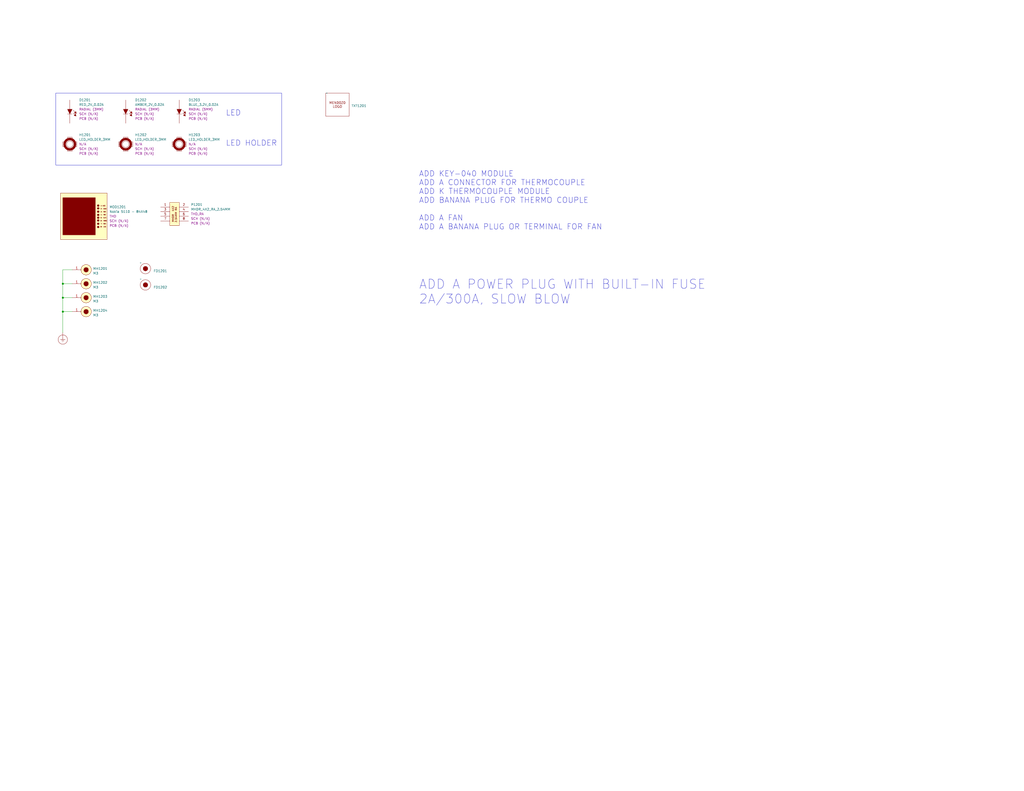
<source format=kicad_sch>
(kicad_sch (version 20230121) (generator eeschema)
  (paper "C")
  (title_block (title "Hot Plate") (date "09/15/2023") (rev "v1.0") (company "Mend0z0") (comment 1 "v1") (comment 2 "RELEASED") (comment 3 "Siavash Taher Parvar") (comment 8 "N/A"))
  (lib_symbols
    (symbol "_SCHLIB_HotPlate:CONN_MHDR_4POS_2ROW_RA_2.54MM" (on_board no)
      (property "Reference" "P" (at 2.54 3.81 0))
      (property "Value" "MHDR_4X2_RA_2.54MM" (at 2.54 6.35 0))
      (property "SCH CHECK" "SCH (N/A)" (at 2.54 31.75 0))
      (property "Package" "THD_RA" (at 2.54 34.29 0))
      (property "PCB CHECk" "PCB (N/A)" (at 2.54 29.21 0))
      (symbol "CONN_MHDR_4POS_2ROW_RA_2.54MM_0_1"
        (polyline (pts (xy 0 -10.16) (xy 5.08 -10.16)))
        (polyline (pts (xy 0 -7.62) (xy 5.08 -7.62)))
        (polyline (pts (xy 0 -5.08) (xy 5.08 -5.08)))
        (polyline (pts (xy 0 -2.54) (xy 5.08 -2.54)))
        (polyline (pts (xy 10.16 -10.16) (xy 15.24 -10.16)))
        (polyline (pts (xy 10.16 -7.62) (xy 15.24 -7.62)))
        (polyline (pts (xy 10.16 -5.08) (xy 15.24 -5.08)))
        (polyline (pts (xy 10.16 -2.54) (xy 15.24 -2.54)))
        (rectangle (start 5.08 0) (end 10.16 -12.7) (fill (type background)))
        (text "1" (at 2.54 -1.27 0) (effects (font (size 1.27 1.27))))
        (text "2" (at 12.7 -1.27 0) (effects (font (size 1.27 1.27))))
        (text "3" (at 2.54 -3.81 0) (effects (font (size 1.27 1.27))))
        (text "4" (at 12.7 -3.81 0) (effects (font (size 1.27 1.27))))
        (text "5" (at 2.54 -6.35 0) (effects (font (size 1.27 1.27))))
        (text "6" (at 12.7 -6.35 0) (effects (font (size 1.27 1.27))))
        (text "7" (at 2.54 -8.89 0) (effects (font (size 1.27 1.27))))
        (text "8" (at 12.7 -8.89 0) (effects (font (size 1.27 1.27))))
      )
      (symbol "CONN_MHDR_4POS_2ROW_RA_2.54MM_1_1"
        (text "MHDR  4X2\n2.54MM RA " (at 7.62 -6.35 900) (effects (font (size 1.016 1.016))))
      )
    )
    (symbol "_SCHLIB_HotPlate:DIODE_LED_AMBER_2V_0.02A_610nm_RADIAL (3MM)" (on_board no)
      (property "Reference" "D" (at 2.54 6.35 0))
      (property "Value" "AMBER_2V_0.02A" (at 2.54 8.89 0))
      (property "SCH CHECK" "SCH (N/A)" (at 2.54 34.29 0))
      (property "Package" "RADIAL (3MM)" (at 2.54 36.83 0))
      (property "PCB CHECk" "PCB (N/A)" (at 2.54 31.75 0))
      (symbol "DIODE_LED_AMBER_2V_0.02A_610nm_RADIAL (3MM)_0_1"
        (polyline (pts (xy 5.08 0) (xy 0 0)))
        (polyline (pts (xy 5.588 1.905) (xy 6.604 2.794)))
        (polyline (pts (xy 7.239 1.905) (xy 8.001 2.667)))
        (polyline (pts (xy 7.62 -1.27) (xy 7.62 1.27)))
        (polyline (pts (xy 12.7 0) (xy 7.62 0)))
        (polyline (pts (xy 5.08 1.27) (xy 5.08 -1.27) (xy 7.62 0) (xy 5.08 1.27)) (fill (type outline)))
        (polyline (pts (xy 6.223 3.302) (xy 7.112 2.413) (xy 7.366 3.556) (xy 6.223 3.302)) (fill (type outline)))
        (polyline (pts (xy 7.62 3.175) (xy 8.509 2.286) (xy 8.763 3.429) (xy 7.62 3.175)) (fill (type outline)))
      )
    )
    (symbol "_SCHLIB_HotPlate:DIODE_LED_BLUE_3.2V_0.02A_465nm_RADIAL (5MM)" (on_board no)
      (property "Reference" "D" (at 2.54 6.35 0))
      (property "Value" "BLUE_3.2V_0.02A" (at 2.54 8.89 0))
      (property "SCH CHECK" "SCH (N/A)" (at 2.54 34.29 0))
      (property "Package" "RADIAL (5MM)" (at 2.54 36.83 0))
      (property "PCB CHECk" "PCB (N/A)" (at 2.54 31.75 0))
      (symbol "DIODE_LED_BLUE_3.2V_0.02A_465nm_RADIAL (5MM)_0_1"
        (polyline (pts (xy 5.08 0) (xy 0 0)))
        (polyline (pts (xy 5.588 1.905) (xy 6.604 2.794)))
        (polyline (pts (xy 7.239 1.905) (xy 8.001 2.667)))
        (polyline (pts (xy 7.62 -1.27) (xy 7.62 1.27)))
        (polyline (pts (xy 12.7 0) (xy 7.62 0)))
        (polyline (pts (xy 5.08 1.27) (xy 5.08 -1.27) (xy 7.62 0) (xy 5.08 1.27)) (fill (type outline)))
        (polyline (pts (xy 6.223 3.302) (xy 7.112 2.413) (xy 7.366 3.556) (xy 6.223 3.302)) (fill (type outline)))
        (polyline (pts (xy 7.62 3.175) (xy 8.509 2.286) (xy 8.763 3.429) (xy 7.62 3.175)) (fill (type outline)))
      )
    )
    (symbol "_SCHLIB_HotPlate:DIODE_LED_RED_2V_0.02A_627nm_RADIAL (3MM)" (on_board no)
      (property "Reference" "D" (at 2.54 6.35 0))
      (property "Value" "RED_2V_0.02A" (at 2.54 8.89 0))
      (property "SCH CHECK" "SCH (N/A)" (at 2.54 34.29 0))
      (property "Package" "RADIAL (3MM)" (at 2.54 36.83 0))
      (property "PCB CHECk" "PCB (N/A)" (at 2.54 31.75 0))
      (symbol "DIODE_LED_RED_2V_0.02A_627nm_RADIAL (3MM)_0_1"
        (polyline (pts (xy 5.08 0) (xy 0 0)))
        (polyline (pts (xy 5.588 1.905) (xy 6.604 2.794)))
        (polyline (pts (xy 7.239 1.905) (xy 8.001 2.667)))
        (polyline (pts (xy 7.62 -1.27) (xy 7.62 1.27)))
        (polyline (pts (xy 12.7 0) (xy 7.62 0)))
        (polyline (pts (xy 5.08 1.27) (xy 5.08 -1.27) (xy 7.62 0) (xy 5.08 1.27)) (fill (type outline)))
        (polyline (pts (xy 6.223 3.302) (xy 7.112 2.413) (xy 7.366 3.556) (xy 6.223 3.302)) (fill (type outline)))
        (polyline (pts (xy 7.62 3.175) (xy 8.509 2.286) (xy 8.763 3.429) (xy 7.62 3.175)) (fill (type outline)))
      )
    )
    (symbol "_SCHLIB_HotPlate:MECH_FD"
      (property "Reference" "FD" (at 2.54 2.54 0))
      (symbol "MECH_FD_0_1"
        (circle (center 3.175 -3.175) (radius 1.27) (fill (type outline)))
        (circle (center 3.175 -3.175) (radius 2.8398))
      )
    )
    (symbol "_SCHLIB_HotPlate:MECH_LED_HOLDER_3MM" (on_board no)
      (property "Reference" "H" (at 3.81 3.81 0))
      (property "Value" "LED_HOLDER_3MM" (at 3.81 6.35 0))
      (property "SCH CHECK" "SCH (N/A)" (at 3.81 29.21 0))
      (property "Package" "N/A" (at 3.81 31.75 0))
      (property "PCB CHECk" "PCB (N/A)" (at 3.81 26.67 0))
      (symbol "MECH_LED_HOLDER_3MM_0_1"
        (polyline (pts (xy 1.27 -5.08) (xy 0 -5.08) (xy 0 -2.54) (xy 1.27 -2.54)))
        (polyline (pts (xy 2.54 -1.27) (xy 2.54 0) (xy 5.08 0) (xy 5.08 -1.27)))
        (polyline (pts (xy 5.08 -6.35) (xy 5.08 -7.62) (xy 2.54 -7.62) (xy 2.54 -6.35)))
        (polyline (pts (xy 6.35 -2.54) (xy 7.62 -2.54) (xy 7.62 -5.08) (xy 6.35 -5.08)))
        (circle (center 3.81 -3.81) (radius 1.7961))
        (circle (center 3.81 -3.81) (radius 2.8398) (stroke (width 1.27)))
      )
    )
    (symbol "_SCHLIB_HotPlate:MECH_LOGO" (in_bom no)
      (property "Reference" "TXT" (at 2.54 2.54 0))
      (symbol "MECH_LOGO_0_0"
        (rectangle (start 0 0) (end 12.7 -12.7))
        (text "MEND0Z0\nLOGO" (at 6.35 -6.35 0) (effects (font (size 1.27 1.27))))
      )
    )
    (symbol "_SCHLIB_HotPlate:MECH_MH_M3" (in_bom no)
      (property "Reference" "MH" (at 5.08 5.08 0))
      (property "Value" "M3" (at 5.08 7.62 0))
      (symbol "MECH_MH_M3_0_1"
        (circle (center 7.62 0) (radius 1.27) (fill (type outline)))
        (circle (center 7.62 0) (radius 2.8398) (fill (type background)))
      )
      (symbol "MECH_MH_M3_1_1"
        (pin passive line (at 0 0 0) (length 5.08) (name "") (number "1"))
      )
    )
    (symbol "_SCHLIB_HotPlate:MECH_MOD_GLCD_84X48" (on_board no)
      (property "Reference" "MOD" (at 3.81 3.81 0))
      (property "Value" "Nokia 5110 - 84X48" (at 3.81 6.35 0))
      (property "SCH CHECK" "SCH (N/A)" (at 3.81 26.67 0))
      (property "Package" "THD" (at 3.81 29.21 0))
      (property "PCB CHECk" "PCB (N/A)" (at 3.81 24.13 0))
      (symbol "MECH_MOD_GLCD_84X48_0_1"
        (rectangle (start 0 0) (end 25.4 -25.4) (fill (type background)))
        (rectangle (start 1.27 -2.54) (end 19.05 -22.86) (fill (type outline)))
        (circle (center 20.574 -18.542) (radius 0.508) (fill (type outline)))
        (circle (center 20.574 -16.764) (radius 0.508) (fill (type outline)))
        (circle (center 20.574 -14.986) (radius 0.508) (fill (type outline)))
        (circle (center 20.574 -13.462) (radius 0.508) (fill (type outline)))
        (circle (center 20.574 -11.938) (radius 0.508) (fill (type outline)))
        (circle (center 20.574 -10.16) (radius 0.508) (fill (type outline)))
        (circle (center 20.574 -8.382) (radius 0.508) (fill (type outline)))
        (circle (center 20.574 -6.858) (radius 0.508) (fill (type outline)))
        (text "1-VCC\n\n2- GND\n\n3- SCE\n\n4- RST\n\n5- D/C\n\n6- MOSI\n\n7- SCK\n\n8- LED" (at 21.844 -12.7 0) (effects (font (size 0.508 0.508)) (justify left)))
      )
    )
    (symbol "power:Earth_Protective" (power) (pin_names (offset 0))
      (symbol "Earth_Protective_0_1"
        (circle (center 0 -3.81) (radius 2.54))
        (polyline (pts (xy -0.635 -4.445) (xy 0.635 -4.445)))
        (polyline (pts (xy -0.127 -5.08) (xy 0.127 -5.08)))
        (polyline (pts (xy 0 -3.81) (xy 0 0)))
        (polyline (pts (xy 1.27 -3.81) (xy -1.27 -3.81)))
      )
      (symbol "Earth_Protective_1_1"
        (pin power_in line (at 0 0 270) (length 0) hide (name "Earth_Protective") (number "1"))
      )
    )
  )
  (junction (at 34.29 170.18))
  (junction (at 34.29 154.94))
  (junction (at 34.29 162.56))
  (wire (pts (xy 34.29 170.18) (xy 34.29 181.61)))
  (wire (pts (xy 34.29 154.94) (xy 39.37 154.94)))
  (wire (pts (xy 34.29 162.56) (xy 34.29 170.18)))
  (wire (pts (xy 34.29 147.32) (xy 39.37 147.32)))
  (wire (pts (xy 34.29 147.32) (xy 34.29 154.94)))
  (wire (pts (xy 34.29 162.56) (xy 34.29 154.94)))
  (wire (pts (xy 34.29 170.18) (xy 39.37 170.18)))
  (wire (pts (xy 34.29 162.56) (xy 39.37 162.56)))
  (rectangle (start 30.48 50.8) (end 153.67 90.17))
  (text "LED" (at 123.19 63.5 0) (effects (font (size 3 3)) (justify left bottom)))
  (text "ADD KEY-040 MODULE\nADD A CONNECTOR FOR THERMOCOUPLE\nADD K THERMOCOUPLE MODULE\nADD BANANA PLUG FOR THERMO COUPLE\n\nADD A FAN \nADD A BANANA PLUG OR TERMINAL FOR FAN" (at 228.6 125.73 0) (effects (font (size 3 3)) (justify left bottom)))
  (text "LED HOLDER" (at 123.19 80.01 0) (effects (font (size 3 3)) (justify left bottom)))
  (text "ADD A POWER PLUG WITH BUILT-IN FUSE\n2A/300A, SLOW BLOW" (at 228.6 166.37 0) (effects (font (size 5 5)) (justify left bottom)))
  (symbol (lib_id "_SCHLIB_HotPlate:MECH_LED_HOLDER_3MM") (at 34.29 74.93 0) (unit 1) (on_board no)
    (property "Reference" "H1201" (at 43.18 73.66 0) (effects (justify left)))
    (property "Value" "LED_HOLDER_3MM" (at 43.18 76.2 0) (effects (justify left)))
    (property "Datasheet" "https://mm.digikey.com/Volume0/opasdata/d220001/medias/docus/843/SSH-LX3050_Dwg_RevD_5-5-11.pdf" (effects hide))
    (property "Description" "HOLDER LED PANEL 3MM BLACK NYLON" (effects hide))
    (property "Link" "https://www.digikey.ca/en/products/detail/lumex-opto-components-inc/SSH-LX3050/144804" (effects hide))
    (property "SCH CHECK" "SCH (N/A)" (at 43.18 81.28 0) (effects (justify left)))
    (property "Part Number (Manufacturer)" "SSH-LX3050" (effects hide))
    (property "Package" "N/A" (at 43.18 78.74 0) (effects (justify left)))
    (property "Manufacturer" "Lumex Opto/Components Inc." (effects hide))
    (property "Part Number (Vendor)" "67-1330-ND" (effects hide))
    (property "Vendor" "Digikey" (effects hide))
    (property "PCB CHECk" "PCB (N/A)" (at 43.18 83.82 0) (effects (justify left)))
  )
  (symbol (lib_id "_SCHLIB_HotPlate:MECH_MH_M3") (at 39.37 147.32 0) (unit 1) (in_bom no)
    (property "Reference" "MH1201" (at 50.8 146.685 0) (effects (justify left)))
    (property "Value" "M3" (at 50.8 149.225 0) (effects (justify left)))
    (property "Footprint" "MountingHole:MountingHole_3.2mm_M3_DIN965_Pad_TopBottom" (effects hide))
  )
  (symbol (lib_id "_SCHLIB_HotPlate:MECH_MOD_GLCD_84X48") (at 33.02 105.41 0) (unit 1) (on_board no)
    (property "Reference" "MOD1201" (at 59.69 113.03 0) (effects (justify left)))
    (property "Value" "Nokia 5110 - 84X48" (at 59.69 115.57 0) (effects (justify left)))
    (property "Datasheet" "http://www.sparkfun.com/datasheets/LCD/Monochrome/Nokia5110.pdf" (effects hide))
    (property "Part Number" "Graphic LCD 84x48 - Nokia 5110" (effects hide))
    (property "Link" "https://www.sparkfun.com/products/10168" (effects hide))
    (property "SCH CHECK" "SCH (N/A)" (at 59.69 120.65 0) (effects (justify left)))
    (property "Package" "THD" (at 59.69 118.11 0) (effects (justify left)))
    (property "Manufacturer" "N/A" (effects hide))
    (property "Part Number (Vendor)" "10168" (effects hide))
    (property "Vendor" "Sparkfun" (effects hide))
    (property "PCB CHECk" "PCB (N/A)" (at 59.69 123.19 0) (effects (justify left)))
  )
  (symbol (lib_id "_SCHLIB_HotPlate:MECH_MH_M3") (at 39.37 170.18 0) (unit 1) (in_bom no)
    (property "Reference" "MH1204" (at 50.8 169.545 0) (effects (justify left)))
    (property "Value" "M3" (at 50.8 172.085 0) (effects (justify left)))
    (property "Footprint" "MountingHole:MountingHole_3.2mm_M3_DIN965_Pad_TopBottom" (effects hide))
  )
  (symbol (lib_id "_SCHLIB_HotPlate:DIODE_LED_BLUE_3.2V_0.02A_465nm_RADIAL (5MM)") (at 97.79 54.61 270) (unit 1) (on_board no)
    (property "Reference" "D1203" (at 102.87 54.61 90) (effects (justify left)))
    (property "Value" "BLUE_3.2V_0.02A" (at 102.87 57.15 90) (effects (justify left)))
    (property "Footprint" "LED_THT:LED_D5.0mm" (effects hide))
    (property "Datasheet" "https://www.we-online.com/katalog/datasheet/151051BS04000.pdf" (effects hide))
    (property "Description" "Blue 470nm LED Indication - Discrete 3.2V Radial" (effects hide))
    (property "Link" "https://www.digikey.ca/en/products/detail/w%C3%BCrth-elektronik/151051BS04000/4490009" (effects hide))
    (property "SCH CHECK" "SCH (N/A)" (at 102.87 62.23 90) (effects (justify left)))
    (property "Part Number (Manufacturer)" "151051BS04000" (effects hide))
    (property "Package" "RADIAL (5MM)" (at 102.87 59.69 90) (effects (justify left)))
    (property "Manufacturer" "Würth Elektronik" (effects hide))
    (property "Part Number (Vendor)" "732-5015-ND" (effects hide))
    (property "Vendor" "Digikey" (effects hide))
    (property "PCB CHECk" "PCB (N/A)" (at 102.87 64.77 90) (effects (justify left)))
  )
  (symbol (lib_id "_SCHLIB_HotPlate:MECH_FD") (at 76.2 152.4 0) (unit 1)
    (property "Reference" "FD1202" (at 83.82 156.845 0) (effects (justify left)))
    (property "Value" "~" (at 76.2 152.4 0) (effects (justify left)))
    (property "Footprint" "Fiducial:Fiducial_0.5mm_Mask1mm" (effects hide))
  )
  (symbol (lib_id "_SCHLIB_HotPlate:MECH_LED_HOLDER_3MM") (at 93.98 74.93 0) (unit 1) (on_board no)
    (property "Reference" "H1203" (at 102.87 73.66 0) (effects (justify left)))
    (property "Value" "LED_HOLDER_3MM" (at 102.87 76.2 0) (effects (justify left)))
    (property "Datasheet" "https://mm.digikey.com/Volume0/opasdata/d220001/medias/docus/843/SSH-LX3050_Dwg_RevD_5-5-11.pdf" (effects hide))
    (property "Description" "HOLDER LED PANEL 3MM BLACK NYLON" (effects hide))
    (property "Link" "https://www.digikey.ca/en/products/detail/lumex-opto-components-inc/SSH-LX3050/144804" (effects hide))
    (property "SCH CHECK" "SCH (N/A)" (at 102.87 81.28 0) (effects (justify left)))
    (property "Part Number (Manufacturer)" "SSH-LX3050" (effects hide))
    (property "Package" "N/A" (at 102.87 78.74 0) (effects (justify left)))
    (property "Manufacturer" "Lumex Opto/Components Inc." (effects hide))
    (property "Part Number (Vendor)" "67-1330-ND" (effects hide))
    (property "Vendor" "Digikey" (effects hide))
    (property "PCB CHECk" "PCB (N/A)" (at 102.87 83.82 0) (effects (justify left)))
  )
  (symbol (lib_id "_SCHLIB_HotPlate:MECH_MH_M3") (at 39.37 154.94 0) (unit 1) (in_bom no)
    (property "Reference" "MH1202" (at 50.8 154.305 0) (effects (justify left)))
    (property "Value" "M3" (at 50.8 156.845 0) (effects (justify left)))
    (property "Footprint" "MountingHole:MountingHole_3.2mm_M3_DIN965_Pad_TopBottom" (effects hide))
  )
  (symbol (lib_id "power:Earth_Protective") (at 34.29 181.61 0) (unit 1)
    (property "Reference" "#PWR01201" (effects hide))
    (property "Value" "Earth_Protective" (effects hide))
  )
  (symbol (lib_id "_SCHLIB_HotPlate:CONN_MHDR_4POS_2ROW_RA_2.54MM") (at 87.63 110.49 0) (unit 1) (on_board no)
    (property "Reference" "P1201" (at 104.14 111.76 0) (effects (justify left)))
    (property "Value" "MHDR_4X2_RA_2.54MM" (at 104.14 114.3 0) (effects (justify left)))
    (property "Footprint" "Connector_PinHeader_2.54mm:PinHeader_2x04_P2.54mm_Horizontal" (effects hide))
    (property "Datasheet" "https://mm.digikey.com/Volume0/opasdata/d220001/medias/docus/5335/PHED-RSzzzG1ABOGA-C006_Drawing.pdf" (effects hide))
    (property "Description" "Connector Header Through Hole, Right Angle 8 position 0.100\" (2.54mm)" (effects hide))
    (property "Link" "https://www.digikey.ca/en/products/detail/superior-tech/PHED-RS008G1ABOGA-C006/16583470" (effects hide))
    (property "SCH CHECK" "SCH (N/A)" (at 104.14 119.38 0) (effects (justify left)))
    (property "Part Number (Manufacturer)" "PHED-RS008G1ABOGA-C006" (effects hide))
    (property "Package" "THD_RA" (at 104.14 116.84 0) (effects (justify left)))
    (property "Manufacturer" "SUPERIOR TECH" (effects hide))
    (property "Part Number (Vendor)" "4324-PHED-RS008G1ABOGA-C006-ND" (effects hide))
    (property "Vendor" "Digikey" (effects hide))
    (property "PCB CHECk" "PCB (N/A)" (at 104.14 121.92 0) (effects (justify left)))
  )
  (symbol (lib_id "_SCHLIB_HotPlate:DIODE_LED_RED_2V_0.02A_627nm_RADIAL (3MM)") (at 38.1 54.61 270) (unit 1) (on_board no)
    (property "Reference" "D1201" (at 43.18 54.61 90) (effects (justify left)))
    (property "Value" "RED_2V_0.02A" (at 43.18 57.15 90) (effects (justify left)))
    (property "Footprint" "LED_THT:LED_D3.0mm" (effects hide))
    (property "Datasheet" "https://www.kingbrightusa.com/images/catalog/SPEC/WP7113ID.pdf" (effects hide))
    (property "Description" "Red 617nm LED Indication - Discrete 2V Radial" (effects hide))
    (property "Link" "https://www.digikey.ca/en/products/detail/kingbright/WP7113ID/1747663" (effects hide))
    (property "SCH CHECK" "SCH (N/A)" (at 43.18 62.23 90) (effects (justify left)))
    (property "Part Number (Manufacturer)" "WP7113ID" (effects hide))
    (property "Package" "RADIAL (3MM)" (at 43.18 59.69 90) (effects (justify left)))
    (property "Manufacturer" "Kingbright" (effects hide))
    (property "Part Number (Vendor)" "754-1264-ND" (effects hide))
    (property "Vendor" "Digikey" (effects hide))
    (property "PCB CHECk" "PCB (N/A)" (at 43.18 64.77 90) (effects (justify left)))
  )
  (symbol (lib_id "_SCHLIB_HotPlate:DIODE_LED_AMBER_2V_0.02A_610nm_RADIAL (3MM)") (at 68.58 54.61 270) (unit 1) (on_board no)
    (property "Reference" "D1202" (at 73.66 54.61 90) (effects (justify left)))
    (property "Value" "AMBER_2V_0.02A" (at 73.66 57.15 90) (effects (justify left)))
    (property "Footprint" "LED_THT:LED_D3.0mm" (effects hide))
    (property "Datasheet" "https://www.americanbrightled.com/pdffiles/led-components/through-hole/BL-BJC1V4V-AT.pdf" (effects hide))
    (property "Description" "Amber 606nm LED Indication - Discrete 2V Radial" (effects hide))
    (property "Link" "https://www.digikey.ca/en/products/detail/american-bright-optoelectronics-corporation/BL-BJC1V4V-AT/9678162" (effects hide))
    (property "SCH CHECK" "SCH (N/A)" (at 73.66 62.23 90) (effects (justify left)))
    (property "Part Number (Manufacturer)" "BL-BJC1V4V-AT" (effects hide))
    (property "Package" "RADIAL (3MM)" (at 73.66 59.69 90) (effects (justify left)))
    (property "Manufacturer" "American Bright Optoelectronics Corporation" (effects hide))
    (property "Part Number (Vendor)" "BL-BJC1V4V-AT-ND" (effects hide))
    (property "Vendor" "Digikey" (effects hide))
    (property "PCB CHECk" "PCB (N/A)" (at 73.66 64.77 90) (effects (justify left)))
  )
  (symbol (lib_id "_SCHLIB_HotPlate:MECH_LOGO") (at 177.8 50.8 0) (unit 1) (in_bom no)
    (property "Reference" "TXT1201" (at 191.77 57.785 0) (effects (justify left)))
    (property "Value" "~" (at 177.8 50.8 0) (effects (justify left)))
    (property "Footprint" "_PCBLIB_HotPlate:Mend0z0_Logo" (effects hide))
    (property "Sim.Enable" "0" (effects hide))
  )
  (symbol (lib_id "_SCHLIB_HotPlate:MECH_MH_M3") (at 39.37 162.56 0) (unit 1) (in_bom no)
    (property "Reference" "MH1203" (at 50.8 161.925 0) (effects (justify left)))
    (property "Value" "M3" (at 50.8 164.465 0) (effects (justify left)))
    (property "Footprint" "MountingHole:MountingHole_3.2mm_M3_DIN965_Pad_TopBottom" (effects hide))
  )
  (symbol (lib_id "_SCHLIB_HotPlate:MECH_LED_HOLDER_3MM") (at 64.77 74.93 0) (unit 1) (on_board no)
    (property "Reference" "H1202" (at 73.66 73.66 0) (effects (justify left)))
    (property "Value" "LED_HOLDER_3MM" (at 73.66 76.2 0) (effects (justify left)))
    (property "Datasheet" "https://mm.digikey.com/Volume0/opasdata/d220001/medias/docus/843/SSH-LX3050_Dwg_RevD_5-5-11.pdf" (effects hide))
    (property "Description" "HOLDER LED PANEL 3MM BLACK NYLON" (effects hide))
    (property "Link" "https://www.digikey.ca/en/products/detail/lumex-opto-components-inc/SSH-LX3050/144804" (effects hide))
    (property "SCH CHECK" "SCH (N/A)" (at 73.66 81.28 0) (effects (justify left)))
    (property "Part Number (Manufacturer)" "SSH-LX3050" (effects hide))
    (property "Package" "N/A" (at 73.66 78.74 0) (effects (justify left)))
    (property "Manufacturer" "Lumex Opto/Components Inc." (effects hide))
    (property "Part Number (Vendor)" "67-1330-ND" (effects hide))
    (property "Vendor" "Digikey" (effects hide))
    (property "PCB CHECk" "PCB (N/A)" (at 73.66 83.82 0) (effects (justify left)))
  )
  (symbol (lib_id "_SCHLIB_HotPlate:MECH_FD") (at 76.2 143.51 0) (unit 1)
    (property "Reference" "FD1201" (at 83.82 147.955 0) (effects (justify left)))
    (property "Value" "~" (at 76.2 143.51 0) (effects (justify left)))
    (property "Footprint" "Fiducial:Fiducial_0.5mm_Mask1mm" (effects hide))
  )
)
</source>
